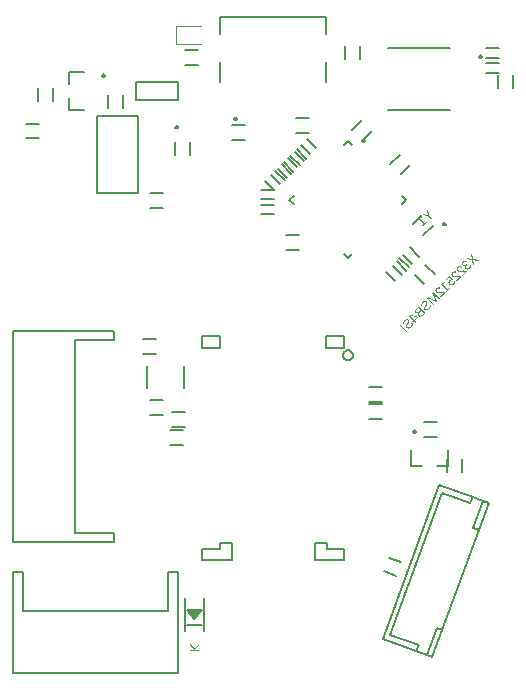
<source format=gbo>
G04 EAGLE Gerber RS-274X export*
G75*
%MOMM*%
%FSLAX34Y34*%
%LPD*%
%INSilkscreen Bottom*%
%IPPOS*%
%AMOC8*
5,1,8,0,0,1.08239X$1,22.5*%
G01*
G04 Define Apertures*
%ADD10C,0.127000*%
%ADD11C,0.200000*%
%ADD12C,0.120000*%
%ADD13C,0.152400*%
G36*
X133366Y184475D02*
X131053Y186788D01*
X125632Y187900D01*
X126464Y188732D01*
X130811Y187766D01*
X129853Y192122D01*
X130685Y192953D01*
X131805Y187540D01*
X134118Y185228D01*
X133366Y184475D01*
G37*
G36*
X126914Y178024D02*
X126308Y178630D01*
X127667Y179988D01*
X122693Y184962D01*
X123351Y185619D01*
X125576Y186031D01*
X126249Y185358D01*
X124091Y184997D01*
X128383Y180705D01*
X129805Y182126D01*
X130411Y181521D01*
X126914Y178024D01*
G37*
G36*
X124285Y101305D02*
X124056Y101314D01*
X123833Y101350D01*
X123617Y101413D01*
X123408Y101504D01*
X123205Y101622D01*
X123009Y101767D01*
X122820Y101939D01*
X122689Y102082D01*
X122575Y102229D01*
X122479Y102382D01*
X122400Y102540D01*
X122338Y102703D01*
X122293Y102872D01*
X122266Y103045D01*
X122256Y103224D01*
X122260Y103322D01*
X122263Y103406D01*
X122290Y103589D01*
X122334Y103772D01*
X122398Y103955D01*
X122479Y104140D01*
X122580Y104324D01*
X122698Y104510D01*
X122836Y104695D01*
X122525Y104528D01*
X122216Y104416D01*
X121908Y104361D01*
X121839Y104362D01*
X121600Y104363D01*
X121301Y104420D01*
X121016Y104531D01*
X120746Y104697D01*
X120617Y104800D01*
X120492Y104917D01*
X120335Y105089D01*
X120205Y105265D01*
X120100Y105446D01*
X120022Y105632D01*
X119969Y105823D01*
X119943Y106019D01*
X119942Y106219D01*
X119967Y106424D01*
X120018Y106634D01*
X120095Y106848D01*
X120198Y107067D01*
X120327Y107292D01*
X120482Y107520D01*
X120662Y107754D01*
X120869Y107992D01*
X121101Y108235D01*
X123129Y110263D01*
X128708Y104684D01*
X126443Y102419D01*
X126202Y102190D01*
X125961Y101988D01*
X125720Y101812D01*
X125479Y101662D01*
X125239Y101538D01*
X124999Y101440D01*
X124760Y101369D01*
X124521Y101324D01*
X124285Y101305D01*
G37*
%LPC*%
G36*
X124467Y102306D02*
X124610Y102312D01*
X124755Y102336D01*
X124904Y102381D01*
X125057Y102445D01*
X125214Y102529D01*
X125374Y102633D01*
X125538Y102757D01*
X125877Y103064D01*
X127346Y104533D01*
X125334Y106545D01*
X123925Y105135D01*
X123615Y104795D01*
X123380Y104467D01*
X123290Y104308D01*
X123219Y104152D01*
X123166Y103999D01*
X123132Y103849D01*
X123116Y103702D01*
X123119Y103559D01*
X123140Y103418D01*
X123180Y103281D01*
X123238Y103147D01*
X123315Y103016D01*
X123411Y102888D01*
X123525Y102763D01*
X123653Y102644D01*
X123784Y102543D01*
X123917Y102460D01*
X124051Y102395D01*
X124188Y102347D01*
X124327Y102318D01*
X124467Y102306D01*
G37*
G36*
X122210Y105177D02*
X122341Y105186D01*
X122609Y105255D01*
X122887Y105391D01*
X123175Y105594D01*
X123473Y105864D01*
X124744Y107135D01*
X122978Y108901D01*
X121707Y107630D01*
X121444Y107342D01*
X121239Y107064D01*
X121093Y106797D01*
X121006Y106541D01*
X120986Y106416D01*
X120984Y106292D01*
X121000Y106171D01*
X121033Y106051D01*
X121084Y105932D01*
X121153Y105815D01*
X121239Y105700D01*
X121343Y105586D01*
X121462Y105477D01*
X121582Y105385D01*
X121704Y105309D01*
X121828Y105251D01*
X121954Y105209D01*
X122081Y105185D01*
X122210Y105177D01*
G37*
%LPD*%
G36*
X135459Y111434D02*
X129879Y117013D01*
X130850Y117984D01*
X136175Y115572D01*
X136718Y115303D01*
X137083Y115105D01*
X137332Y114954D01*
X137043Y115437D01*
X136694Y116091D01*
X134310Y121444D01*
X135304Y122438D01*
X140884Y116859D01*
X140210Y116186D01*
X136488Y119908D01*
X135756Y120672D01*
X135328Y121124D01*
X135633Y120557D01*
X136084Y119663D01*
X138425Y114400D01*
X137894Y113869D01*
X132651Y116229D01*
X132010Y116542D01*
X131194Y116990D01*
X131803Y116434D01*
X132418Y115837D01*
X136140Y112115D01*
X135459Y111434D01*
G37*
G36*
X120471Y96446D02*
X119208Y97710D01*
X118424Y96926D01*
X117862Y97488D01*
X118646Y98272D01*
X114892Y102026D01*
X115640Y102774D01*
X121956Y101566D01*
X122510Y101012D01*
X119881Y98383D01*
X121144Y97120D01*
X120471Y96446D01*
G37*
%LPC*%
G36*
X119319Y98945D02*
X121291Y100917D01*
X121148Y100933D01*
X120641Y101012D01*
X117105Y101689D01*
X116689Y101796D01*
X116369Y101895D01*
X119319Y98945D01*
G37*
%LPD*%
G36*
X129512Y106643D02*
X129275Y106673D01*
X129046Y106732D01*
X128825Y106821D01*
X128612Y106939D01*
X128407Y107088D01*
X128210Y107266D01*
X128068Y107419D01*
X127946Y107572D01*
X127845Y107727D01*
X127764Y107882D01*
X127655Y108194D01*
X127608Y108509D01*
X127618Y108827D01*
X127681Y109145D01*
X127785Y109464D01*
X127919Y109782D01*
X128079Y110101D01*
X128261Y110418D01*
X128653Y111052D01*
X129137Y111849D01*
X129293Y112142D01*
X129392Y112364D01*
X129451Y112547D01*
X129489Y112721D01*
X129506Y112887D01*
X129501Y113043D01*
X129471Y113193D01*
X129413Y113336D01*
X129326Y113474D01*
X129212Y113606D01*
X129100Y113707D01*
X128984Y113790D01*
X128863Y113855D01*
X128739Y113903D01*
X128610Y113932D01*
X128477Y113944D01*
X128340Y113938D01*
X128198Y113915D01*
X127905Y113816D01*
X127600Y113649D01*
X127283Y113416D01*
X126955Y113115D01*
X126679Y112814D01*
X126461Y112521D01*
X126302Y112237D01*
X126200Y111960D01*
X126157Y111687D01*
X126172Y111410D01*
X126245Y111131D01*
X126377Y110850D01*
X125501Y110236D01*
X125388Y110460D01*
X125296Y110680D01*
X125227Y110898D01*
X125180Y111111D01*
X125155Y111322D01*
X125153Y111529D01*
X125173Y111732D01*
X125214Y111933D01*
X125279Y112134D01*
X125366Y112339D01*
X125477Y112550D01*
X125611Y112766D01*
X125768Y112986D01*
X125948Y113212D01*
X126151Y113442D01*
X126377Y113677D01*
X126631Y113919D01*
X126882Y114134D01*
X127131Y114322D01*
X127377Y114483D01*
X127620Y114618D01*
X127861Y114725D01*
X128099Y114805D01*
X128335Y114859D01*
X128565Y114885D01*
X128789Y114884D01*
X129006Y114856D01*
X129216Y114800D01*
X129419Y114717D01*
X129616Y114606D01*
X129805Y114468D01*
X129988Y114303D01*
X130133Y114144D01*
X130257Y113981D01*
X130358Y113814D01*
X130437Y113643D01*
X130496Y113468D01*
X130535Y113289D01*
X130555Y113106D01*
X130556Y112919D01*
X130536Y112723D01*
X130494Y112513D01*
X130429Y112289D01*
X130342Y112051D01*
X130224Y111787D01*
X130067Y111483D01*
X129632Y110755D01*
X129101Y109899D01*
X128894Y109524D01*
X128749Y109175D01*
X128701Y109009D01*
X128674Y108848D01*
X128666Y108693D01*
X128679Y108543D01*
X128716Y108397D01*
X128782Y108254D01*
X128876Y108113D01*
X128998Y107975D01*
X129122Y107863D01*
X129252Y107771D01*
X129386Y107699D01*
X129526Y107646D01*
X129670Y107614D01*
X129820Y107601D01*
X129975Y107608D01*
X130134Y107634D01*
X130298Y107680D01*
X130464Y107744D01*
X130633Y107827D01*
X130805Y107927D01*
X131155Y108184D01*
X131516Y108513D01*
X131837Y108864D01*
X132092Y109207D01*
X132280Y109542D01*
X132401Y109870D01*
X132437Y110031D01*
X132455Y110192D01*
X132456Y110353D01*
X132439Y110513D01*
X132406Y110672D01*
X132355Y110831D01*
X132287Y110989D01*
X132201Y111147D01*
X133080Y111733D01*
X133205Y111514D01*
X133305Y111292D01*
X133380Y111069D01*
X133431Y110843D01*
X133458Y110615D01*
X133460Y110384D01*
X133437Y110151D01*
X133390Y109916D01*
X133319Y109679D01*
X133223Y109439D01*
X133103Y109197D01*
X132958Y108952D01*
X132789Y108705D01*
X132595Y108456D01*
X132377Y108205D01*
X132134Y107951D01*
X131861Y107691D01*
X131590Y107460D01*
X131321Y107257D01*
X131055Y107083D01*
X130790Y106938D01*
X130528Y106821D01*
X130268Y106733D01*
X130010Y106674D01*
X129757Y106644D01*
X129512Y106643D01*
G37*
G36*
X114176Y91308D02*
X113940Y91337D01*
X113711Y91397D01*
X113490Y91485D01*
X113277Y91604D01*
X113072Y91752D01*
X112875Y91931D01*
X112732Y92083D01*
X112611Y92237D01*
X112510Y92391D01*
X112429Y92546D01*
X112320Y92859D01*
X112273Y93174D01*
X112283Y93491D01*
X112346Y93810D01*
X112450Y94128D01*
X112584Y94447D01*
X112743Y94765D01*
X112926Y95083D01*
X113318Y95716D01*
X113802Y96514D01*
X113958Y96807D01*
X114057Y97029D01*
X114116Y97212D01*
X114154Y97386D01*
X114171Y97551D01*
X114165Y97708D01*
X114136Y97857D01*
X114077Y98001D01*
X113991Y98139D01*
X113876Y98270D01*
X113764Y98371D01*
X113648Y98454D01*
X113528Y98520D01*
X113403Y98567D01*
X113274Y98597D01*
X113141Y98609D01*
X113004Y98603D01*
X112863Y98579D01*
X112570Y98480D01*
X112265Y98314D01*
X111948Y98080D01*
X111619Y97779D01*
X111344Y97478D01*
X111126Y97186D01*
X110966Y96901D01*
X110865Y96625D01*
X110822Y96351D01*
X110837Y96075D01*
X110910Y95796D01*
X111041Y95514D01*
X110166Y94901D01*
X110052Y95125D01*
X109961Y95345D01*
X109892Y95562D01*
X109845Y95776D01*
X109820Y95987D01*
X109818Y96193D01*
X109837Y96397D01*
X109879Y96597D01*
X109944Y96798D01*
X110031Y97004D01*
X110142Y97215D01*
X110275Y97430D01*
X110432Y97651D01*
X110612Y97876D01*
X110815Y98106D01*
X111041Y98342D01*
X111295Y98583D01*
X111547Y98799D01*
X111795Y98987D01*
X112042Y99148D01*
X112285Y99282D01*
X112526Y99390D01*
X112764Y99470D01*
X112999Y99524D01*
X113230Y99550D01*
X113454Y99549D01*
X113671Y99520D01*
X113881Y99465D01*
X114084Y99381D01*
X114280Y99271D01*
X114470Y99133D01*
X114653Y98967D01*
X114798Y98809D01*
X114921Y98646D01*
X115023Y98479D01*
X115102Y98308D01*
X115161Y98133D01*
X115200Y97953D01*
X115220Y97770D01*
X115221Y97583D01*
X115201Y97387D01*
X115158Y97177D01*
X115094Y96954D01*
X115007Y96716D01*
X114889Y96452D01*
X114731Y96147D01*
X114296Y95419D01*
X113766Y94564D01*
X113559Y94189D01*
X113413Y93839D01*
X113366Y93674D01*
X113338Y93513D01*
X113331Y93358D01*
X113344Y93208D01*
X113381Y93062D01*
X113446Y92918D01*
X113540Y92777D01*
X113663Y92639D01*
X113787Y92528D01*
X113916Y92436D01*
X114051Y92363D01*
X114190Y92311D01*
X114335Y92278D01*
X114484Y92265D01*
X114639Y92272D01*
X114799Y92299D01*
X114963Y92345D01*
X115129Y92409D01*
X115298Y92491D01*
X115469Y92592D01*
X115820Y92848D01*
X116181Y93178D01*
X116502Y93529D01*
X116757Y93871D01*
X116945Y94207D01*
X117066Y94534D01*
X117101Y94696D01*
X117120Y94857D01*
X117120Y95017D01*
X117104Y95177D01*
X117071Y95337D01*
X117020Y95495D01*
X116951Y95654D01*
X116866Y95811D01*
X117745Y96397D01*
X117869Y96178D01*
X117969Y95957D01*
X118045Y95734D01*
X118096Y95508D01*
X118122Y95279D01*
X118124Y95049D01*
X118102Y94816D01*
X118055Y94581D01*
X117984Y94343D01*
X117888Y94103D01*
X117767Y93861D01*
X117623Y93617D01*
X117453Y93370D01*
X117260Y93121D01*
X117041Y92869D01*
X116799Y92616D01*
X116526Y92356D01*
X116255Y92125D01*
X115986Y91922D01*
X115719Y91748D01*
X115455Y91603D01*
X115192Y91486D01*
X114932Y91398D01*
X114674Y91339D01*
X114421Y91309D01*
X114176Y91308D01*
G37*
G36*
X151000Y127830D02*
X150744Y127840D01*
X150493Y127878D01*
X150247Y127944D01*
X150005Y128038D01*
X149768Y128160D01*
X149536Y128310D01*
X149308Y128489D01*
X149085Y128696D01*
X148903Y128893D01*
X148746Y129096D01*
X148613Y129305D01*
X148504Y129521D01*
X148420Y129742D01*
X148361Y129970D01*
X148326Y130204D01*
X148315Y130444D01*
X148329Y130684D01*
X148369Y130921D01*
X148434Y131152D01*
X148525Y131379D01*
X148642Y131601D01*
X148784Y131818D01*
X148951Y132031D01*
X149144Y132240D01*
X149319Y132403D01*
X149497Y132548D01*
X149680Y132674D01*
X149866Y132783D01*
X150057Y132873D01*
X150251Y132946D01*
X150450Y133000D01*
X150653Y133035D01*
X148776Y134699D01*
X146254Y132176D01*
X145648Y132782D01*
X148820Y135954D01*
X152007Y133138D01*
X151310Y132441D01*
X151085Y132418D01*
X150875Y132378D01*
X150681Y132323D01*
X150503Y132251D01*
X150336Y132164D01*
X150175Y132060D01*
X150021Y131940D01*
X149873Y131804D01*
X149743Y131664D01*
X149630Y131521D01*
X149535Y131375D01*
X149457Y131225D01*
X149396Y131073D01*
X149352Y130918D01*
X149326Y130760D01*
X149317Y130598D01*
X149324Y130437D01*
X149349Y130280D01*
X149390Y130127D01*
X149447Y129978D01*
X149521Y129833D01*
X149611Y129691D01*
X149718Y129554D01*
X149841Y129420D01*
X149994Y129278D01*
X150148Y129154D01*
X150305Y129048D01*
X150464Y128960D01*
X150624Y128891D01*
X150787Y128840D01*
X150952Y128807D01*
X151118Y128793D01*
X151285Y128796D01*
X151448Y128819D01*
X151608Y128860D01*
X151765Y128920D01*
X151920Y128998D01*
X152071Y129095D01*
X152219Y129211D01*
X152364Y129345D01*
X152573Y129580D01*
X152735Y129820D01*
X152849Y130063D01*
X152914Y130309D01*
X152932Y130559D01*
X152901Y130814D01*
X152823Y131071D01*
X152696Y131333D01*
X153500Y131970D01*
X153620Y131776D01*
X153719Y131581D01*
X153797Y131384D01*
X153855Y131186D01*
X153892Y130987D01*
X153909Y130785D01*
X153905Y130583D01*
X153880Y130378D01*
X153836Y130174D01*
X153771Y129971D01*
X153686Y129769D01*
X153581Y129569D01*
X153457Y129369D01*
X153312Y129171D01*
X153147Y128974D01*
X152962Y128779D01*
X152727Y128560D01*
X152490Y128370D01*
X152250Y128209D01*
X152006Y128076D01*
X151759Y127972D01*
X151509Y127896D01*
X151256Y127849D01*
X151000Y127830D01*
G37*
G36*
X168771Y144746D02*
X167915Y149743D01*
X163354Y150488D01*
X164189Y151323D01*
X167888Y150642D01*
X167250Y154384D01*
X168086Y155220D01*
X168806Y150579D01*
X173827Y149803D01*
X172992Y148967D01*
X168842Y149696D01*
X169606Y145582D01*
X168771Y144746D01*
G37*
G36*
X164362Y141249D02*
X164140Y141272D01*
X163922Y141320D01*
X163709Y141395D01*
X163501Y141497D01*
X163297Y141624D01*
X163097Y141778D01*
X162902Y141958D01*
X162776Y142094D01*
X162667Y142235D01*
X162575Y142382D01*
X162500Y142534D01*
X162441Y142691D01*
X162398Y142853D01*
X162372Y143020D01*
X162363Y143193D01*
X162371Y143368D01*
X162396Y143543D01*
X162439Y143718D01*
X162500Y143892D01*
X162578Y144066D01*
X162673Y144240D01*
X162787Y144414D01*
X162917Y144587D01*
X162902Y144603D01*
X162560Y144407D01*
X162226Y144273D01*
X161899Y144200D01*
X161579Y144187D01*
X161268Y144236D01*
X161118Y144284D01*
X160970Y144347D01*
X160826Y144426D01*
X160684Y144521D01*
X160546Y144631D01*
X160411Y144757D01*
X160249Y144934D01*
X160111Y145116D01*
X159997Y145302D01*
X159907Y145494D01*
X159841Y145690D01*
X159800Y145892D01*
X159782Y146098D01*
X159789Y146309D01*
X159820Y146523D01*
X159875Y146736D01*
X159953Y146949D01*
X160055Y147161D01*
X160182Y147372D01*
X160332Y147583D01*
X160506Y147794D01*
X160704Y148004D01*
X160898Y148186D01*
X161095Y148347D01*
X161295Y148487D01*
X161498Y148607D01*
X161705Y148705D01*
X161915Y148783D01*
X162129Y148841D01*
X162345Y148877D01*
X162562Y148892D01*
X162775Y148885D01*
X162985Y148856D01*
X163191Y148805D01*
X163394Y148731D01*
X163594Y148635D01*
X163790Y148517D01*
X163983Y148376D01*
X163321Y147604D01*
X163075Y147773D01*
X162823Y147886D01*
X162565Y147944D01*
X162302Y147947D01*
X162039Y147896D01*
X161784Y147792D01*
X161537Y147635D01*
X161298Y147426D01*
X161071Y147166D01*
X160908Y146906D01*
X160809Y146646D01*
X160775Y146385D01*
X160801Y146128D01*
X160884Y145881D01*
X161023Y145643D01*
X161219Y145414D01*
X161333Y145310D01*
X161452Y145221D01*
X161575Y145149D01*
X161702Y145093D01*
X161832Y145053D01*
X161967Y145029D01*
X162248Y145030D01*
X162538Y145096D01*
X162828Y145227D01*
X163120Y145423D01*
X163412Y145684D01*
X163800Y146072D01*
X164418Y145454D01*
X164014Y145050D01*
X163719Y144723D01*
X163495Y144403D01*
X163409Y144245D01*
X163341Y144089D01*
X163291Y143935D01*
X163258Y143783D01*
X163243Y143634D01*
X163245Y143490D01*
X163264Y143350D01*
X163300Y143215D01*
X163354Y143085D01*
X163425Y142959D01*
X163513Y142838D01*
X163618Y142722D01*
X163750Y142600D01*
X163883Y142496D01*
X164017Y142409D01*
X164153Y142340D01*
X164291Y142289D01*
X164430Y142255D01*
X164571Y142239D01*
X164713Y142241D01*
X164997Y142293D01*
X165277Y142407D01*
X165552Y142583D01*
X165824Y142821D01*
X166062Y143090D01*
X166240Y143361D01*
X166359Y143634D01*
X166417Y143909D01*
X166415Y144185D01*
X166353Y144464D01*
X166231Y144744D01*
X166050Y145026D01*
X166853Y145696D01*
X167005Y145484D01*
X167132Y145271D01*
X167234Y145057D01*
X167313Y144841D01*
X167367Y144624D01*
X167397Y144406D01*
X167403Y144186D01*
X167384Y143965D01*
X167342Y143744D01*
X167277Y143524D01*
X167190Y143306D01*
X167080Y143088D01*
X166947Y142872D01*
X166792Y142657D01*
X166614Y142443D01*
X166414Y142231D01*
X166186Y142016D01*
X165958Y141828D01*
X165730Y141666D01*
X165502Y141531D01*
X165274Y141422D01*
X165046Y141339D01*
X164817Y141283D01*
X164588Y141253D01*
X164362Y141249D01*
G37*
G36*
X141954Y117930D02*
X141348Y118536D01*
X144259Y121446D01*
X144050Y121517D01*
X143820Y121572D01*
X143568Y121611D01*
X143295Y121634D01*
X142662Y121636D01*
X141899Y121581D01*
X140620Y121472D01*
X140147Y121451D01*
X139784Y121454D01*
X139487Y121477D01*
X139207Y121518D01*
X138945Y121577D01*
X138701Y121654D01*
X138476Y121750D01*
X138268Y121864D01*
X138079Y121998D01*
X137907Y122151D01*
X137737Y122336D01*
X137590Y122525D01*
X137469Y122717D01*
X137372Y122913D01*
X137300Y123113D01*
X137252Y123316D01*
X137229Y123524D01*
X137230Y123735D01*
X137256Y123947D01*
X137307Y124160D01*
X137383Y124372D01*
X137483Y124584D01*
X137607Y124796D01*
X137757Y125007D01*
X137931Y125219D01*
X138129Y125430D01*
X138323Y125611D01*
X138521Y125771D01*
X138722Y125911D01*
X138927Y126029D01*
X139135Y126126D01*
X139347Y126202D01*
X139563Y126257D01*
X139782Y126291D01*
X140002Y126303D01*
X140216Y126295D01*
X140427Y126265D01*
X140633Y126213D01*
X140835Y126140D01*
X141033Y126046D01*
X141227Y125931D01*
X141416Y125794D01*
X140755Y124998D01*
X140502Y125168D01*
X140245Y125283D01*
X139982Y125342D01*
X139713Y125346D01*
X139447Y125297D01*
X139192Y125197D01*
X138948Y125046D01*
X138715Y124843D01*
X138505Y124601D01*
X138352Y124353D01*
X138257Y124100D01*
X138220Y123842D01*
X138242Y123584D01*
X138323Y123335D01*
X138464Y123093D01*
X138664Y122860D01*
X138839Y122704D01*
X139026Y122576D01*
X139222Y122477D01*
X139430Y122406D01*
X139647Y122357D01*
X139874Y122324D01*
X140355Y122301D01*
X140869Y122325D01*
X141414Y122379D01*
X141986Y122439D01*
X142582Y122481D01*
X143199Y122491D01*
X143835Y122452D01*
X144159Y122408D01*
X144486Y122339D01*
X144815Y122245D01*
X145146Y122127D01*
X145649Y121624D01*
X141954Y117930D01*
G37*
G36*
X155478Y131453D02*
X154872Y132059D01*
X157782Y134969D01*
X157574Y135041D01*
X157343Y135096D01*
X157091Y135135D01*
X156818Y135157D01*
X156185Y135159D01*
X155422Y135104D01*
X154143Y134995D01*
X153670Y134975D01*
X153308Y134977D01*
X153010Y135000D01*
X152730Y135041D01*
X152468Y135100D01*
X152225Y135177D01*
X151999Y135273D01*
X151792Y135388D01*
X151602Y135521D01*
X151431Y135674D01*
X151260Y135859D01*
X151114Y136048D01*
X150992Y136240D01*
X150895Y136437D01*
X150823Y136636D01*
X150775Y136840D01*
X150752Y137047D01*
X150754Y137258D01*
X150780Y137471D01*
X150831Y137683D01*
X150906Y137896D01*
X151006Y138108D01*
X151131Y138319D01*
X151280Y138531D01*
X151454Y138742D01*
X151653Y138953D01*
X151846Y139134D01*
X152044Y139295D01*
X152245Y139434D01*
X152450Y139552D01*
X152658Y139649D01*
X152871Y139725D01*
X153086Y139780D01*
X153306Y139814D01*
X153525Y139827D01*
X153740Y139818D01*
X153950Y139788D01*
X154157Y139736D01*
X154359Y139664D01*
X154556Y139570D01*
X154750Y139454D01*
X154939Y139317D01*
X154278Y138521D01*
X154026Y138692D01*
X153768Y138806D01*
X153505Y138866D01*
X153237Y138870D01*
X152971Y138821D01*
X152716Y138720D01*
X152472Y138569D01*
X152239Y138367D01*
X152028Y138125D01*
X151875Y137877D01*
X151781Y137624D01*
X151744Y137365D01*
X151765Y137108D01*
X151847Y136858D01*
X151987Y136617D01*
X152187Y136383D01*
X152363Y136227D01*
X152549Y136099D01*
X152746Y136000D01*
X152953Y135930D01*
X153171Y135881D01*
X153397Y135847D01*
X153878Y135825D01*
X154392Y135848D01*
X154937Y135902D01*
X155509Y135962D01*
X156105Y136005D01*
X156723Y136014D01*
X157359Y135975D01*
X157683Y135931D01*
X158009Y135862D01*
X158338Y135769D01*
X158669Y135650D01*
X159172Y135148D01*
X155478Y131453D01*
G37*
G36*
X159986Y135961D02*
X159380Y136567D01*
X162290Y139477D01*
X162081Y139548D01*
X161851Y139603D01*
X161599Y139642D01*
X161326Y139665D01*
X160693Y139667D01*
X159930Y139612D01*
X158651Y139503D01*
X158178Y139483D01*
X157816Y139485D01*
X157518Y139508D01*
X157238Y139549D01*
X156976Y139608D01*
X156733Y139685D01*
X156507Y139781D01*
X156299Y139895D01*
X156110Y140029D01*
X155939Y140182D01*
X155768Y140367D01*
X155622Y140556D01*
X155500Y140748D01*
X155403Y140944D01*
X155331Y141144D01*
X155283Y141348D01*
X155260Y141555D01*
X155262Y141766D01*
X155288Y141979D01*
X155339Y142191D01*
X155414Y142403D01*
X155514Y142615D01*
X155639Y142827D01*
X155788Y143039D01*
X155962Y143250D01*
X156160Y143461D01*
X156354Y143642D01*
X156552Y143803D01*
X156753Y143942D01*
X156958Y144060D01*
X157166Y144157D01*
X157378Y144233D01*
X157594Y144288D01*
X157814Y144322D01*
X158033Y144335D01*
X158248Y144326D01*
X158458Y144296D01*
X158664Y144244D01*
X158867Y144172D01*
X159064Y144077D01*
X159258Y143962D01*
X159447Y143825D01*
X158786Y143029D01*
X158534Y143199D01*
X158276Y143314D01*
X158013Y143374D01*
X157744Y143378D01*
X157479Y143328D01*
X157224Y143228D01*
X156980Y143077D01*
X156746Y142875D01*
X156536Y142632D01*
X156383Y142385D01*
X156288Y142132D01*
X156251Y141873D01*
X156273Y141615D01*
X156354Y141366D01*
X156495Y141124D01*
X156695Y140891D01*
X156871Y140735D01*
X157057Y140607D01*
X157254Y140508D01*
X157461Y140437D01*
X157679Y140389D01*
X157905Y140355D01*
X158386Y140333D01*
X158900Y140356D01*
X159445Y140410D01*
X160017Y140470D01*
X160613Y140513D01*
X161230Y140522D01*
X161866Y140483D01*
X162190Y140439D01*
X162517Y140370D01*
X162846Y140277D01*
X163177Y140158D01*
X163680Y139655D01*
X159986Y135961D01*
G37*
G36*
X146450Y122426D02*
X145844Y123031D01*
X147203Y124390D01*
X142229Y129363D01*
X142886Y130020D01*
X145112Y130432D01*
X145785Y129759D01*
X143627Y129399D01*
X147919Y125106D01*
X149341Y126528D01*
X149947Y125922D01*
X146450Y122426D01*
G37*
G36*
X112533Y88509D02*
X106954Y94088D01*
X107710Y94844D01*
X113290Y89265D01*
X112533Y88509D01*
G37*
G36*
X-63262Y-181894D02*
X-70550Y-181894D01*
X-70550Y-180906D01*
X-67757Y-180906D01*
X-67033Y-179954D01*
X-70550Y-177041D01*
X-70550Y-175816D01*
X-66427Y-179333D01*
X-63262Y-176229D01*
X-63262Y-177393D01*
X-66914Y-180906D01*
X-63262Y-180906D01*
X-63262Y-181894D01*
G37*
D10*
X92100Y14814D02*
X81100Y14814D01*
X81100Y27386D02*
X92100Y27386D01*
X36541Y244076D02*
X28763Y251854D01*
X19873Y242964D02*
X27651Y235186D01*
X95672Y139265D02*
X103450Y131487D01*
X112340Y140377D02*
X104562Y148155D01*
X31195Y238730D02*
X23417Y246508D01*
X14527Y237618D02*
X22305Y229840D01*
X21921Y170420D02*
X10921Y170420D01*
X10921Y157848D02*
X21921Y157848D01*
X108056Y221966D02*
X115834Y229744D01*
X106944Y238634D02*
X99166Y230856D01*
X75827Y250915D02*
X83605Y258693D01*
X74715Y267583D02*
X66937Y259805D01*
X101018Y144611D02*
X108796Y136833D01*
X117686Y145723D02*
X109908Y153501D01*
X500Y200786D02*
X-10500Y200786D01*
X-10500Y188214D02*
X500Y188214D01*
X200Y208786D02*
X-10800Y208786D01*
X-10800Y196214D02*
X200Y196214D01*
X128836Y145514D02*
X136614Y137736D01*
X127724Y128846D02*
X119946Y136624D01*
X92300Y29314D02*
X81300Y29314D01*
X81300Y41886D02*
X92300Y41886D01*
X118166Y179556D02*
X125944Y187334D01*
X134834Y178444D02*
X127056Y170666D01*
X14945Y222480D02*
X7167Y230258D01*
X-1723Y221368D02*
X6055Y213590D01*
X-99579Y82344D02*
X-110579Y82344D01*
X-110579Y69772D02*
X-99579Y69772D01*
X-104722Y30604D02*
X-93722Y30604D01*
X-93722Y18032D02*
X-104722Y18032D01*
X-104300Y193514D02*
X-93300Y193514D01*
X-93300Y206086D02*
X-104300Y206086D01*
X-70414Y238400D02*
X-70414Y249400D01*
X-82986Y249400D02*
X-82986Y238400D01*
X1820Y224911D02*
X9598Y217133D01*
X708Y208243D02*
X-7070Y216021D01*
X44700Y300400D02*
X44700Y317200D01*
X44700Y340600D02*
X44700Y354900D01*
X-44700Y317200D02*
X-44700Y300400D01*
X-44700Y340600D02*
X-44700Y354900D01*
X44700Y354900D01*
D11*
X-33000Y268900D02*
X-32998Y268963D01*
X-32992Y269025D01*
X-32982Y269087D01*
X-32969Y269149D01*
X-32951Y269209D01*
X-32930Y269268D01*
X-32905Y269326D01*
X-32876Y269382D01*
X-32844Y269436D01*
X-32809Y269488D01*
X-32771Y269537D01*
X-32729Y269585D01*
X-32685Y269629D01*
X-32637Y269671D01*
X-32588Y269709D01*
X-32536Y269744D01*
X-32482Y269776D01*
X-32426Y269805D01*
X-32368Y269830D01*
X-32309Y269851D01*
X-32249Y269869D01*
X-32187Y269882D01*
X-32125Y269892D01*
X-32063Y269898D01*
X-32000Y269900D01*
X-31937Y269898D01*
X-31875Y269892D01*
X-31813Y269882D01*
X-31751Y269869D01*
X-31691Y269851D01*
X-31632Y269830D01*
X-31574Y269805D01*
X-31518Y269776D01*
X-31464Y269744D01*
X-31412Y269709D01*
X-31363Y269671D01*
X-31315Y269629D01*
X-31271Y269585D01*
X-31229Y269537D01*
X-31191Y269488D01*
X-31156Y269436D01*
X-31124Y269382D01*
X-31095Y269326D01*
X-31070Y269268D01*
X-31049Y269209D01*
X-31031Y269149D01*
X-31018Y269087D01*
X-31008Y269025D01*
X-31002Y268963D01*
X-31000Y268900D01*
X-31002Y268837D01*
X-31008Y268775D01*
X-31018Y268713D01*
X-31031Y268651D01*
X-31049Y268591D01*
X-31070Y268532D01*
X-31095Y268474D01*
X-31124Y268418D01*
X-31156Y268364D01*
X-31191Y268312D01*
X-31229Y268263D01*
X-31271Y268215D01*
X-31315Y268171D01*
X-31363Y268129D01*
X-31412Y268091D01*
X-31464Y268056D01*
X-31518Y268024D01*
X-31574Y267995D01*
X-31632Y267970D01*
X-31691Y267949D01*
X-31751Y267931D01*
X-31813Y267918D01*
X-31875Y267908D01*
X-31937Y267902D01*
X-32000Y267900D01*
X-32063Y267902D01*
X-32125Y267908D01*
X-32187Y267918D01*
X-32249Y267931D01*
X-32309Y267949D01*
X-32368Y267970D01*
X-32426Y267995D01*
X-32482Y268024D01*
X-32536Y268056D01*
X-32588Y268091D01*
X-32637Y268129D01*
X-32685Y268171D01*
X-32729Y268215D01*
X-32771Y268263D01*
X-32809Y268312D01*
X-32844Y268364D01*
X-32876Y268418D01*
X-32905Y268474D01*
X-32930Y268532D01*
X-32951Y268591D01*
X-32969Y268651D01*
X-32982Y268713D01*
X-32992Y268775D01*
X-32998Y268837D01*
X-33000Y268900D01*
D12*
X-61300Y332101D02*
X-82399Y332101D01*
X-82399Y347499D01*
X-61300Y347499D01*
D10*
X-74700Y20560D02*
X-85700Y20560D01*
X-85700Y7840D02*
X-74700Y7840D01*
X106805Y151028D02*
X114583Y143250D01*
X123577Y152244D02*
X115799Y160022D01*
X-76100Y5760D02*
X-87100Y5760D01*
X-87100Y-6960D02*
X-76100Y-6960D01*
X-34600Y263760D02*
X-23600Y263760D01*
X-23600Y251040D02*
X-34600Y251040D01*
X19500Y257240D02*
X30500Y257240D01*
X30500Y269960D02*
X19500Y269960D01*
X179700Y320040D02*
X190700Y320040D01*
X190700Y307320D02*
X179700Y307320D01*
X179700Y315930D02*
X190700Y315930D01*
X190700Y328650D02*
X179700Y328650D01*
X25921Y233309D02*
X18143Y241087D01*
X9149Y232093D02*
X16927Y224315D01*
X20470Y227857D02*
X12692Y235635D01*
X3698Y226641D02*
X11476Y218863D01*
X-64100Y327460D02*
X-75100Y327460D01*
X-75100Y314740D02*
X-64100Y314740D01*
X-80520Y284980D02*
X-116080Y284980D01*
X-80520Y284980D02*
X-80520Y300220D01*
X-116080Y300220D01*
X-116080Y284980D01*
D11*
X58943Y68890D02*
X58945Y69019D01*
X58951Y69148D01*
X58961Y69276D01*
X58975Y69405D01*
X58993Y69532D01*
X59014Y69659D01*
X59040Y69786D01*
X59069Y69911D01*
X59103Y70036D01*
X59140Y70159D01*
X59181Y70282D01*
X59226Y70403D01*
X59274Y70522D01*
X59326Y70640D01*
X59382Y70756D01*
X59441Y70871D01*
X59504Y70983D01*
X59570Y71094D01*
X59640Y71203D01*
X59713Y71309D01*
X59789Y71413D01*
X59868Y71515D01*
X59950Y71614D01*
X60036Y71711D01*
X60124Y71805D01*
X60215Y71896D01*
X60309Y71984D01*
X60406Y72070D01*
X60505Y72152D01*
X60607Y72231D01*
X60711Y72307D01*
X60817Y72380D01*
X60926Y72450D01*
X61036Y72516D01*
X61149Y72579D01*
X61264Y72638D01*
X61380Y72694D01*
X61498Y72746D01*
X61617Y72794D01*
X61738Y72839D01*
X61861Y72880D01*
X61984Y72917D01*
X62109Y72951D01*
X62234Y72980D01*
X62361Y73006D01*
X62488Y73027D01*
X62615Y73045D01*
X62744Y73059D01*
X62872Y73069D01*
X63001Y73075D01*
X63130Y73077D01*
X63259Y73075D01*
X63388Y73069D01*
X63516Y73059D01*
X63645Y73045D01*
X63772Y73027D01*
X63899Y73006D01*
X64026Y72980D01*
X64151Y72951D01*
X64276Y72917D01*
X64399Y72880D01*
X64522Y72839D01*
X64643Y72794D01*
X64762Y72746D01*
X64880Y72694D01*
X64996Y72638D01*
X65111Y72579D01*
X65223Y72516D01*
X65334Y72450D01*
X65443Y72380D01*
X65549Y72307D01*
X65653Y72231D01*
X65755Y72152D01*
X65854Y72070D01*
X65951Y71984D01*
X66045Y71896D01*
X66136Y71805D01*
X66224Y71711D01*
X66310Y71614D01*
X66392Y71515D01*
X66471Y71413D01*
X66547Y71309D01*
X66620Y71203D01*
X66690Y71094D01*
X66756Y70983D01*
X66819Y70871D01*
X66878Y70756D01*
X66934Y70640D01*
X66986Y70522D01*
X67034Y70403D01*
X67079Y70282D01*
X67120Y70159D01*
X67157Y70036D01*
X67191Y69911D01*
X67220Y69786D01*
X67246Y69659D01*
X67267Y69532D01*
X67285Y69405D01*
X67299Y69276D01*
X67309Y69148D01*
X67315Y69019D01*
X67317Y68890D01*
X67315Y68761D01*
X67309Y68632D01*
X67299Y68504D01*
X67285Y68375D01*
X67267Y68248D01*
X67246Y68121D01*
X67220Y67994D01*
X67191Y67869D01*
X67157Y67744D01*
X67120Y67621D01*
X67079Y67498D01*
X67034Y67377D01*
X66986Y67258D01*
X66934Y67140D01*
X66878Y67024D01*
X66819Y66909D01*
X66756Y66797D01*
X66690Y66686D01*
X66620Y66577D01*
X66547Y66471D01*
X66471Y66367D01*
X66392Y66265D01*
X66310Y66166D01*
X66224Y66069D01*
X66136Y65975D01*
X66045Y65884D01*
X65951Y65796D01*
X65854Y65710D01*
X65755Y65628D01*
X65653Y65549D01*
X65549Y65473D01*
X65443Y65400D01*
X65334Y65330D01*
X65224Y65264D01*
X65111Y65201D01*
X64996Y65142D01*
X64880Y65086D01*
X64762Y65034D01*
X64643Y64986D01*
X64522Y64941D01*
X64399Y64900D01*
X64276Y64863D01*
X64151Y64829D01*
X64026Y64800D01*
X63899Y64774D01*
X63772Y64753D01*
X63645Y64735D01*
X63516Y64721D01*
X63388Y64711D01*
X63259Y64705D01*
X63130Y64703D01*
X63001Y64705D01*
X62872Y64711D01*
X62744Y64721D01*
X62615Y64735D01*
X62488Y64753D01*
X62361Y64774D01*
X62234Y64800D01*
X62109Y64829D01*
X61984Y64863D01*
X61861Y64900D01*
X61738Y64941D01*
X61617Y64986D01*
X61498Y65034D01*
X61380Y65086D01*
X61264Y65142D01*
X61149Y65201D01*
X61036Y65264D01*
X60926Y65330D01*
X60817Y65400D01*
X60711Y65473D01*
X60607Y65549D01*
X60505Y65628D01*
X60406Y65710D01*
X60309Y65796D01*
X60215Y65884D01*
X60124Y65975D01*
X60036Y66069D01*
X59950Y66166D01*
X59868Y66265D01*
X59789Y66367D01*
X59713Y66471D01*
X59640Y66577D01*
X59570Y66686D01*
X59504Y66796D01*
X59441Y66909D01*
X59382Y67024D01*
X59326Y67140D01*
X59274Y67258D01*
X59226Y67377D01*
X59181Y67498D01*
X59140Y67621D01*
X59103Y67744D01*
X59069Y67869D01*
X59040Y67994D01*
X59014Y68121D01*
X58993Y68248D01*
X58975Y68375D01*
X58961Y68504D01*
X58951Y68632D01*
X58945Y68761D01*
X58943Y68890D01*
D10*
X-45000Y85000D02*
X-60000Y85000D01*
X-60000Y75000D01*
X-45000Y75000D01*
X-45000Y85000D01*
X45000Y75000D02*
X60000Y75000D01*
X60000Y85000D01*
X45000Y85000D01*
X45000Y75000D01*
X60000Y-95000D02*
X60000Y-105000D01*
X35000Y-105000D01*
X35000Y-90000D01*
X-35000Y-90000D02*
X-35000Y-105000D01*
X-60000Y-105000D01*
X35000Y-90000D02*
X45085Y-90000D01*
X45085Y-90160D01*
X45085Y-95000D01*
X60000Y-95000D01*
X-35000Y-90000D02*
X-45085Y-90000D01*
X-45085Y-90160D01*
X-45085Y-95000D01*
X-60000Y-95000D01*
X-60000Y-105000D01*
D13*
X-75802Y41003D02*
X-75802Y59545D01*
X-107298Y59545D02*
X-107298Y41003D01*
D11*
X75482Y250394D02*
X75484Y250457D01*
X75490Y250519D01*
X75500Y250581D01*
X75513Y250643D01*
X75531Y250703D01*
X75552Y250762D01*
X75577Y250820D01*
X75606Y250876D01*
X75638Y250930D01*
X75673Y250982D01*
X75711Y251031D01*
X75753Y251079D01*
X75797Y251123D01*
X75845Y251165D01*
X75894Y251203D01*
X75946Y251238D01*
X76000Y251270D01*
X76056Y251299D01*
X76114Y251324D01*
X76173Y251345D01*
X76233Y251363D01*
X76295Y251376D01*
X76357Y251386D01*
X76419Y251392D01*
X76482Y251394D01*
X76545Y251392D01*
X76607Y251386D01*
X76669Y251376D01*
X76731Y251363D01*
X76791Y251345D01*
X76850Y251324D01*
X76908Y251299D01*
X76964Y251270D01*
X77018Y251238D01*
X77070Y251203D01*
X77119Y251165D01*
X77167Y251123D01*
X77211Y251079D01*
X77253Y251031D01*
X77291Y250982D01*
X77326Y250930D01*
X77358Y250876D01*
X77387Y250820D01*
X77412Y250762D01*
X77433Y250703D01*
X77451Y250643D01*
X77464Y250581D01*
X77474Y250519D01*
X77480Y250457D01*
X77482Y250394D01*
X77480Y250331D01*
X77474Y250269D01*
X77464Y250207D01*
X77451Y250145D01*
X77433Y250085D01*
X77412Y250026D01*
X77387Y249968D01*
X77358Y249912D01*
X77326Y249858D01*
X77291Y249806D01*
X77253Y249757D01*
X77211Y249709D01*
X77167Y249665D01*
X77119Y249623D01*
X77070Y249585D01*
X77018Y249550D01*
X76964Y249518D01*
X76908Y249489D01*
X76850Y249464D01*
X76791Y249443D01*
X76731Y249425D01*
X76669Y249412D01*
X76607Y249402D01*
X76545Y249396D01*
X76482Y249394D01*
X76419Y249396D01*
X76357Y249402D01*
X76295Y249412D01*
X76233Y249425D01*
X76173Y249443D01*
X76114Y249464D01*
X76056Y249489D01*
X76000Y249518D01*
X75946Y249550D01*
X75894Y249585D01*
X75845Y249623D01*
X75797Y249665D01*
X75753Y249709D01*
X75711Y249757D01*
X75673Y249806D01*
X75638Y249858D01*
X75606Y249912D01*
X75577Y249968D01*
X75552Y250026D01*
X75531Y250085D01*
X75513Y250145D01*
X75500Y250207D01*
X75490Y250269D01*
X75484Y250331D01*
X75482Y250394D01*
D10*
X66618Y154263D02*
X63224Y150869D01*
X13727Y200366D02*
X17121Y203760D01*
X109327Y196972D02*
X112722Y200366D01*
X63224Y249863D02*
X59830Y246469D01*
X59830Y154263D02*
X63224Y150869D01*
X17121Y196972D02*
X13727Y200366D01*
X109327Y203760D02*
X112722Y200366D01*
X66618Y246469D02*
X63224Y249863D01*
X-114375Y271525D02*
X-149425Y271525D01*
X-149425Y206475D01*
X-114375Y206475D01*
X-114375Y271525D01*
D11*
X-82900Y261900D02*
X-82898Y261963D01*
X-82892Y262025D01*
X-82882Y262087D01*
X-82869Y262149D01*
X-82851Y262209D01*
X-82830Y262268D01*
X-82805Y262326D01*
X-82776Y262382D01*
X-82744Y262436D01*
X-82709Y262488D01*
X-82671Y262537D01*
X-82629Y262585D01*
X-82585Y262629D01*
X-82537Y262671D01*
X-82488Y262709D01*
X-82436Y262744D01*
X-82382Y262776D01*
X-82326Y262805D01*
X-82268Y262830D01*
X-82209Y262851D01*
X-82149Y262869D01*
X-82087Y262882D01*
X-82025Y262892D01*
X-81963Y262898D01*
X-81900Y262900D01*
X-81837Y262898D01*
X-81775Y262892D01*
X-81713Y262882D01*
X-81651Y262869D01*
X-81591Y262851D01*
X-81532Y262830D01*
X-81474Y262805D01*
X-81418Y262776D01*
X-81364Y262744D01*
X-81312Y262709D01*
X-81263Y262671D01*
X-81215Y262629D01*
X-81171Y262585D01*
X-81129Y262537D01*
X-81091Y262488D01*
X-81056Y262436D01*
X-81024Y262382D01*
X-80995Y262326D01*
X-80970Y262268D01*
X-80949Y262209D01*
X-80931Y262149D01*
X-80918Y262087D01*
X-80908Y262025D01*
X-80902Y261963D01*
X-80900Y261900D01*
X-80902Y261837D01*
X-80908Y261775D01*
X-80918Y261713D01*
X-80931Y261651D01*
X-80949Y261591D01*
X-80970Y261532D01*
X-80995Y261474D01*
X-81024Y261418D01*
X-81056Y261364D01*
X-81091Y261312D01*
X-81129Y261263D01*
X-81171Y261215D01*
X-81215Y261171D01*
X-81263Y261129D01*
X-81312Y261091D01*
X-81364Y261056D01*
X-81418Y261024D01*
X-81474Y260995D01*
X-81532Y260970D01*
X-81591Y260949D01*
X-81651Y260931D01*
X-81713Y260918D01*
X-81775Y260908D01*
X-81837Y260902D01*
X-81900Y260900D01*
X-81963Y260902D01*
X-82025Y260908D01*
X-82087Y260918D01*
X-82149Y260931D01*
X-82209Y260949D01*
X-82268Y260970D01*
X-82326Y260995D01*
X-82382Y261024D01*
X-82436Y261056D01*
X-82488Y261091D01*
X-82537Y261129D01*
X-82585Y261171D01*
X-82629Y261215D01*
X-82671Y261263D01*
X-82709Y261312D01*
X-82744Y261364D01*
X-82776Y261418D01*
X-82805Y261474D01*
X-82830Y261532D01*
X-82851Y261591D01*
X-82869Y261651D01*
X-82882Y261713D01*
X-82892Y261775D01*
X-82898Y261837D01*
X-82900Y261900D01*
X174532Y321550D02*
X174534Y321613D01*
X174540Y321675D01*
X174550Y321737D01*
X174563Y321799D01*
X174581Y321859D01*
X174602Y321918D01*
X174627Y321976D01*
X174656Y322032D01*
X174688Y322086D01*
X174723Y322138D01*
X174761Y322187D01*
X174803Y322235D01*
X174847Y322279D01*
X174895Y322321D01*
X174944Y322359D01*
X174996Y322394D01*
X175050Y322426D01*
X175106Y322455D01*
X175164Y322480D01*
X175223Y322501D01*
X175283Y322519D01*
X175345Y322532D01*
X175407Y322542D01*
X175469Y322548D01*
X175532Y322550D01*
X175595Y322548D01*
X175657Y322542D01*
X175719Y322532D01*
X175781Y322519D01*
X175841Y322501D01*
X175900Y322480D01*
X175958Y322455D01*
X176014Y322426D01*
X176068Y322394D01*
X176120Y322359D01*
X176169Y322321D01*
X176217Y322279D01*
X176261Y322235D01*
X176303Y322187D01*
X176341Y322138D01*
X176376Y322086D01*
X176408Y322032D01*
X176437Y321976D01*
X176462Y321918D01*
X176483Y321859D01*
X176501Y321799D01*
X176514Y321737D01*
X176524Y321675D01*
X176530Y321613D01*
X176532Y321550D01*
X176530Y321487D01*
X176524Y321425D01*
X176514Y321363D01*
X176501Y321301D01*
X176483Y321241D01*
X176462Y321182D01*
X176437Y321124D01*
X176408Y321068D01*
X176376Y321014D01*
X176341Y320962D01*
X176303Y320913D01*
X176261Y320865D01*
X176217Y320821D01*
X176169Y320779D01*
X176120Y320741D01*
X176068Y320706D01*
X176014Y320674D01*
X175958Y320645D01*
X175900Y320620D01*
X175841Y320599D01*
X175781Y320581D01*
X175719Y320568D01*
X175657Y320558D01*
X175595Y320552D01*
X175532Y320550D01*
X175469Y320552D01*
X175407Y320558D01*
X175345Y320568D01*
X175283Y320581D01*
X175223Y320599D01*
X175164Y320620D01*
X175106Y320645D01*
X175050Y320674D01*
X174996Y320706D01*
X174944Y320741D01*
X174895Y320779D01*
X174847Y320821D01*
X174803Y320865D01*
X174761Y320913D01*
X174723Y320962D01*
X174688Y321014D01*
X174656Y321068D01*
X174627Y321124D01*
X174602Y321182D01*
X174581Y321241D01*
X174563Y321301D01*
X174550Y321363D01*
X174540Y321425D01*
X174534Y321487D01*
X174532Y321550D01*
D10*
X149782Y328900D02*
X96982Y328900D01*
X96982Y276100D02*
X149782Y276100D01*
D11*
X143928Y179774D02*
X143930Y179837D01*
X143936Y179899D01*
X143946Y179961D01*
X143959Y180023D01*
X143977Y180083D01*
X143998Y180142D01*
X144023Y180200D01*
X144052Y180256D01*
X144084Y180310D01*
X144119Y180362D01*
X144157Y180411D01*
X144199Y180459D01*
X144243Y180503D01*
X144291Y180545D01*
X144340Y180583D01*
X144392Y180618D01*
X144446Y180650D01*
X144502Y180679D01*
X144560Y180704D01*
X144619Y180725D01*
X144679Y180743D01*
X144741Y180756D01*
X144803Y180766D01*
X144865Y180772D01*
X144928Y180774D01*
X144991Y180772D01*
X145053Y180766D01*
X145115Y180756D01*
X145177Y180743D01*
X145237Y180725D01*
X145296Y180704D01*
X145354Y180679D01*
X145410Y180650D01*
X145464Y180618D01*
X145516Y180583D01*
X145565Y180545D01*
X145613Y180503D01*
X145657Y180459D01*
X145699Y180411D01*
X145737Y180362D01*
X145772Y180310D01*
X145804Y180256D01*
X145833Y180200D01*
X145858Y180142D01*
X145879Y180083D01*
X145897Y180023D01*
X145910Y179961D01*
X145920Y179899D01*
X145926Y179837D01*
X145928Y179774D01*
X145926Y179711D01*
X145920Y179649D01*
X145910Y179587D01*
X145897Y179525D01*
X145879Y179465D01*
X145858Y179406D01*
X145833Y179348D01*
X145804Y179292D01*
X145772Y179238D01*
X145737Y179186D01*
X145699Y179137D01*
X145657Y179089D01*
X145613Y179045D01*
X145565Y179003D01*
X145516Y178965D01*
X145464Y178930D01*
X145410Y178898D01*
X145354Y178869D01*
X145296Y178844D01*
X145237Y178823D01*
X145177Y178805D01*
X145115Y178792D01*
X145053Y178782D01*
X144991Y178776D01*
X144928Y178774D01*
X144865Y178776D01*
X144803Y178782D01*
X144741Y178792D01*
X144679Y178805D01*
X144619Y178823D01*
X144560Y178844D01*
X144502Y178869D01*
X144446Y178898D01*
X144392Y178930D01*
X144340Y178965D01*
X144291Y179003D01*
X144243Y179045D01*
X144199Y179089D01*
X144157Y179137D01*
X144119Y179186D01*
X144084Y179238D01*
X144052Y179292D01*
X144023Y179348D01*
X143998Y179406D01*
X143977Y179465D01*
X143959Y179525D01*
X143946Y179587D01*
X143936Y179649D01*
X143930Y179711D01*
X143928Y179774D01*
D13*
X-134500Y89500D02*
X-220000Y89500D01*
X-220000Y-89500D01*
X-134500Y-89500D01*
X-134500Y81500D02*
X-134500Y89500D01*
X-134500Y81500D02*
X-167500Y81500D01*
X-167500Y-81500D01*
X-134500Y-81500D01*
X-134500Y-89500D01*
D10*
X-74800Y-136700D02*
X-74800Y-164700D01*
X-58800Y-164700D02*
X-58800Y-136700D01*
X-60450Y-146890D02*
X-66800Y-154510D01*
X-61720Y-146890D02*
X-60450Y-146890D01*
X-61720Y-146890D02*
X-62990Y-146890D01*
X-73150Y-146890D01*
X-66800Y-154510D01*
X-61720Y-146890D01*
X-71880Y-148160D01*
X-66800Y-153240D01*
X-62990Y-146890D01*
X-70610Y-148160D01*
X-66800Y-151970D01*
X-64260Y-148160D01*
X-65530Y-148160D01*
X-69340Y-148160D01*
X-68070Y-149430D01*
X-66800Y-150700D01*
X-65530Y-148160D01*
X-68070Y-149430D01*
X-66800Y-149430D01*
X-60450Y-159590D02*
X-73150Y-159590D01*
D13*
X-220000Y-200000D02*
X-220000Y-114500D01*
X-220000Y-200000D02*
X-81000Y-200000D01*
X-81000Y-114500D01*
X-212000Y-114500D02*
X-220000Y-114500D01*
X-212000Y-114500D02*
X-212000Y-147500D01*
X-89000Y-147500D01*
X-89000Y-114500D01*
X-81000Y-114500D01*
D10*
X116730Y-24800D02*
X116730Y-11800D01*
X148130Y-11800D02*
X148130Y-24800D01*
D11*
X118430Y4200D02*
X118432Y4263D01*
X118438Y4325D01*
X118448Y4387D01*
X118461Y4449D01*
X118479Y4509D01*
X118500Y4568D01*
X118525Y4626D01*
X118554Y4682D01*
X118586Y4736D01*
X118621Y4788D01*
X118659Y4837D01*
X118701Y4885D01*
X118745Y4929D01*
X118793Y4971D01*
X118842Y5009D01*
X118894Y5044D01*
X118948Y5076D01*
X119004Y5105D01*
X119062Y5130D01*
X119121Y5151D01*
X119181Y5169D01*
X119243Y5182D01*
X119305Y5192D01*
X119367Y5198D01*
X119430Y5200D01*
X119493Y5198D01*
X119555Y5192D01*
X119617Y5182D01*
X119679Y5169D01*
X119739Y5151D01*
X119798Y5130D01*
X119856Y5105D01*
X119912Y5076D01*
X119966Y5044D01*
X120018Y5009D01*
X120067Y4971D01*
X120115Y4929D01*
X120159Y4885D01*
X120201Y4837D01*
X120239Y4788D01*
X120274Y4736D01*
X120306Y4682D01*
X120335Y4626D01*
X120360Y4568D01*
X120381Y4509D01*
X120399Y4449D01*
X120412Y4387D01*
X120422Y4325D01*
X120428Y4263D01*
X120430Y4200D01*
X120428Y4137D01*
X120422Y4075D01*
X120412Y4013D01*
X120399Y3951D01*
X120381Y3891D01*
X120360Y3832D01*
X120335Y3774D01*
X120306Y3718D01*
X120274Y3664D01*
X120239Y3612D01*
X120201Y3563D01*
X120159Y3515D01*
X120115Y3471D01*
X120067Y3429D01*
X120018Y3391D01*
X119966Y3356D01*
X119912Y3324D01*
X119856Y3295D01*
X119798Y3270D01*
X119739Y3249D01*
X119679Y3231D01*
X119617Y3218D01*
X119555Y3208D01*
X119493Y3202D01*
X119430Y3200D01*
X119367Y3202D01*
X119305Y3208D01*
X119243Y3218D01*
X119181Y3231D01*
X119121Y3249D01*
X119062Y3270D01*
X119004Y3295D01*
X118948Y3324D01*
X118894Y3356D01*
X118842Y3391D01*
X118793Y3429D01*
X118745Y3471D01*
X118701Y3515D01*
X118659Y3563D01*
X118621Y3612D01*
X118586Y3664D01*
X118554Y3718D01*
X118525Y3774D01*
X118500Y3832D01*
X118479Y3891D01*
X118461Y3951D01*
X118448Y4013D01*
X118438Y4075D01*
X118432Y4137D01*
X118430Y4200D01*
D10*
X116730Y-24800D02*
X126230Y-24800D01*
X138630Y-24800D02*
X148130Y-24800D01*
X138200Y12419D02*
X127200Y12419D01*
X127200Y-301D02*
X138200Y-301D01*
X160160Y-19000D02*
X160160Y-30000D01*
X147440Y-30000D02*
X147440Y-19000D01*
D13*
X129856Y-185048D02*
X134789Y-186844D01*
X129856Y-185048D02*
X121164Y-181885D01*
X92503Y-171453D01*
X134789Y-186844D02*
X143169Y-163822D01*
X173951Y-79249D01*
X182330Y-56227D01*
X140044Y-40836D02*
X92503Y-171453D01*
X177397Y-54431D02*
X182330Y-56227D01*
X177397Y-54431D02*
X168705Y-51267D01*
X140044Y-40836D01*
X122959Y-176951D02*
X121164Y-181885D01*
X122959Y-176951D02*
X99232Y-168315D01*
X143182Y-47565D01*
X166909Y-56201D01*
X168705Y-51267D01*
X138236Y-162026D02*
X129856Y-185048D01*
X138236Y-162026D02*
X143169Y-163822D01*
X173951Y-79249D02*
X169017Y-77454D01*
X177397Y-54431D01*
D10*
X-159836Y308160D02*
X-172836Y308160D01*
X-172836Y276760D02*
X-159836Y276760D01*
D11*
X-144836Y305460D02*
X-144834Y305523D01*
X-144828Y305585D01*
X-144818Y305647D01*
X-144805Y305709D01*
X-144787Y305769D01*
X-144766Y305828D01*
X-144741Y305886D01*
X-144712Y305942D01*
X-144680Y305996D01*
X-144645Y306048D01*
X-144607Y306097D01*
X-144565Y306145D01*
X-144521Y306189D01*
X-144473Y306231D01*
X-144424Y306269D01*
X-144372Y306304D01*
X-144318Y306336D01*
X-144262Y306365D01*
X-144204Y306390D01*
X-144145Y306411D01*
X-144085Y306429D01*
X-144023Y306442D01*
X-143961Y306452D01*
X-143899Y306458D01*
X-143836Y306460D01*
X-143773Y306458D01*
X-143711Y306452D01*
X-143649Y306442D01*
X-143587Y306429D01*
X-143527Y306411D01*
X-143468Y306390D01*
X-143410Y306365D01*
X-143354Y306336D01*
X-143300Y306304D01*
X-143248Y306269D01*
X-143199Y306231D01*
X-143151Y306189D01*
X-143107Y306145D01*
X-143065Y306097D01*
X-143027Y306048D01*
X-142992Y305996D01*
X-142960Y305942D01*
X-142931Y305886D01*
X-142906Y305828D01*
X-142885Y305769D01*
X-142867Y305709D01*
X-142854Y305647D01*
X-142844Y305585D01*
X-142838Y305523D01*
X-142836Y305460D01*
X-142838Y305397D01*
X-142844Y305335D01*
X-142854Y305273D01*
X-142867Y305211D01*
X-142885Y305151D01*
X-142906Y305092D01*
X-142931Y305034D01*
X-142960Y304978D01*
X-142992Y304924D01*
X-143027Y304872D01*
X-143065Y304823D01*
X-143107Y304775D01*
X-143151Y304731D01*
X-143199Y304689D01*
X-143248Y304651D01*
X-143300Y304616D01*
X-143354Y304584D01*
X-143410Y304555D01*
X-143468Y304530D01*
X-143527Y304509D01*
X-143587Y304491D01*
X-143649Y304478D01*
X-143711Y304468D01*
X-143773Y304462D01*
X-143836Y304460D01*
X-143899Y304462D01*
X-143961Y304468D01*
X-144023Y304478D01*
X-144085Y304491D01*
X-144145Y304509D01*
X-144204Y304530D01*
X-144262Y304555D01*
X-144318Y304584D01*
X-144372Y304616D01*
X-144424Y304651D01*
X-144473Y304689D01*
X-144521Y304731D01*
X-144565Y304775D01*
X-144607Y304823D01*
X-144645Y304872D01*
X-144680Y304924D01*
X-144712Y304978D01*
X-144741Y305034D01*
X-144766Y305092D01*
X-144787Y305151D01*
X-144805Y305211D01*
X-144818Y305273D01*
X-144828Y305335D01*
X-144834Y305397D01*
X-144836Y305460D01*
D10*
X-172836Y308160D02*
X-172836Y298660D01*
X-172836Y286260D02*
X-172836Y276760D01*
X-127540Y278100D02*
X-127540Y289100D01*
X-140260Y289100D02*
X-140260Y278100D01*
X-186540Y284100D02*
X-186540Y295100D01*
X-199260Y295100D02*
X-199260Y284100D01*
X97968Y-102527D02*
X108304Y-106289D01*
X104004Y-118103D02*
X93668Y-114341D01*
X-198400Y252314D02*
X-209400Y252314D01*
X-209400Y264886D02*
X-198400Y264886D01*
X202960Y294900D02*
X202960Y305900D01*
X190240Y305900D02*
X190240Y294900D01*
X61014Y319200D02*
X61014Y330200D01*
X73586Y330200D02*
X73586Y319200D01*
M02*

</source>
